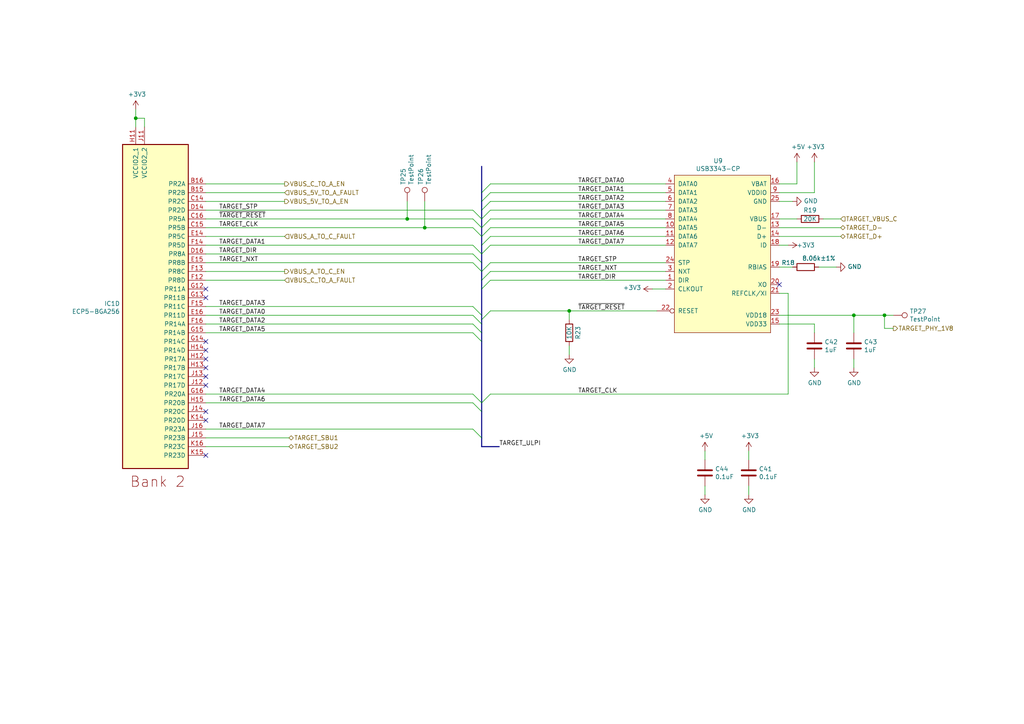
<source format=kicad_sch>
(kicad_sch (version 20211123) (generator eeschema)
  (paper "A4")
  (title_block (title "LUNA USB Multitool") (date "2023-01-11") (rev "r0.5") (company "Copyright 2019-2023 Great Scott Gadgets") (comment 1 "Licensed under the CERN-OHL-P v2"))
  (lib_symbols
    (symbol "Connector:TestPoint" (pin_numbers hide) (pin_names (offset 0.762) hide)
      (property "Reference" "TP" (at 0 6.858 0))
      (property "Value" "TestPoint" (at 0 5.08 0))
      (symbol "TestPoint_0_1"
        (circle (center 0 3.302) (radius 0.762))
      )
      (symbol "TestPoint_1_1"
        (pin passive line (at 0 0 90) (length 2.54) (name "1") (number "1"))
      )
    )
    (symbol "Device:C" (pin_numbers hide) (pin_names (offset 0.254))
      (property "Reference" "C" (at 0.635 2.54 0))
      (property "Value" "C" (at 0.635 -2.54 0))
      (symbol "C_0_1"
        (polyline (pts (xy -2.032 -0.762) (xy 2.032 -0.762)) (stroke (width 0.508)))
        (polyline (pts (xy -2.032 0.762) (xy 2.032 0.762)) (stroke (width 0.508)))
      )
      (symbol "C_1_1"
        (pin passive line (at 0 3.81 270) (length 2.794) (name "~") (number "1"))
        (pin passive line (at 0 -3.81 90) (length 2.794) (name "~") (number "2"))
      )
    )
    (symbol "Device:R" (pin_numbers hide) (pin_names (offset 0))
      (property "Reference" "R" (at 2.032 0 90))
      (property "Value" "R" (at 0 0 90))
      (symbol "R_0_1"
        (rectangle (start -1.016 -2.54) (end 1.016 2.54) (stroke (width 0.254)))
      )
      (symbol "R_1_1"
        (pin passive line (at 0 3.81 270) (length 1.27) (name "~") (number "1"))
        (pin passive line (at 0 -3.81 90) (length 1.27) (name "~") (number "2"))
      )
    )
    (symbol "fpgas_and_processors:ECP5-BGA256" (pin_names (offset 0.762))
      (property "Reference" "IC" (at -2.54 1.27 0))
      (property "Value" "ECP5-BGA256" (at 10.16 1.27 0))
      (symbol "ECP5-BGA256_1_0"
        (rectangle (start 5.08 0) (end 33.02 -71.12) (stroke (width 0.3048)) (fill (type background)))
      )
      (symbol "ECP5-BGA256_1_1"
        (text "FPGA Supplies" (at 19.05 -76.2 0) (effects (font (size 2.9972 2.9972))))
        (pin power_in line (at 38.1 -2.54 180) (length 5.08) (name "GND_1") (number "A1"))
        (pin power_in line (at 38.1 -5.08 180) (length 5.08) (name "GND_2") (number "A16"))
        (pin power_in line (at 38.1 -10.16 180) (length 5.08) (name "GND_4") (number "D15"))
        (pin power_in line (at 38.1 -7.62 180) (length 5.08) (name "GND_3") (number "D2"))
        (pin power_in line (at 38.1 -12.7 180) (length 5.08) (name "GND_5") (number "F8"))
        (pin power_in line (at 38.1 -15.24 180) (length 5.08) (name "GND_6") (number "F9"))
        (pin power_in line (at 38.1 -20.32 180) (length 5.08) (name "GND_8") (number "G10"))
        (pin power_in line (at 0 -66.04 0) (length 5.08) (name "VCCAUX_1") (number "G11"))
        (pin power_in line (at 0 -2.54 0) (length 5.08) (name "VCC_1") (number "G6"))
        (pin power_in line (at 0 -5.08 0) (length 5.08) (name "VCC_2") (number "G7"))
        (pin power_in line (at 38.1 -17.78 180) (length 5.08) (name "GND_7") (number "G8"))
        (pin power_in line (at 0 -7.62 0) (length 5.08) (name "VCC_3") (number "G9"))
        (pin power_in line (at 38.1 -22.86 180) (length 5.08) (name "GND_9") (number "H1"))
        (pin power_in line (at 38.1 -30.48 180) (length 5.08) (name "GND_12") (number "H10"))
        (pin power_in line (at 38.1 -33.02 180) (length 5.08) (name "GND_13") (number "H16"))
        (pin power_in line (at 38.1 -25.4 180) (length 5.08) (name "GND_10") (number "H8"))
        (pin power_in line (at 38.1 -27.94 180) (length 5.08) (name "GND_11") (number "H9"))
        (pin power_in line (at 38.1 -40.64 180) (length 5.08) (name "GND_16") (number "J10"))
        (pin power_in line (at 38.1 -35.56 180) (length 5.08) (name "GND_14") (number "J8"))
        (pin power_in line (at 38.1 -38.1 180) (length 5.08) (name "GND_15") (number "J9"))
        (pin power_in line (at 38.1 -53.34 180) (length 5.08) (name "GND_21") (number "K10"))
        (pin power_in line (at 38.1 -43.18 180) (length 5.08) (name "GND_17") (number "K6"))
        (pin power_in line (at 38.1 -45.72 180) (length 5.08) (name "GND_18") (number "K7"))
        (pin power_in line (at 38.1 -48.26 180) (length 5.08) (name "GND_19") (number "K8"))
        (pin power_in line (at 38.1 -50.8 180) (length 5.08) (name "GND_20") (number "K9"))
        (pin power_in line (at 0 -15.24 0) (length 5.08) (name "VCC_6") (number "L10"))
        (pin power_in line (at 0 -68.58 0) (length 5.08) (name "VCCAUX_2") (number "L7"))
        (pin power_in line (at 0 -10.16 0) (length 5.08) (name "VCC_4") (number "L8"))
        (pin power_in line (at 0 -12.7 0) (length 5.08) (name "VCC_5") (number "L9"))
        (pin power_in line (at 38.1 -58.42 180) (length 5.08) (name "GND_23") (number "N15"))
        (pin power_in line (at 38.1 -55.88 180) (length 5.08) (name "GND_22") (number "N2"))
        (pin power_in line (at 38.1 -60.96 180) (length 5.08) (name "GND_24") (number "T1"))
        (pin power_in line (at 38.1 -66.04 180) (length 5.08) (name "GND_26") (number "T12"))
        (pin power_in line (at 38.1 -68.58 180) (length 5.08) (name "GND_27") (number "T16"))
        (pin power_in line (at 38.1 -63.5 180) (length 5.08) (name "GND_25") (number "T5"))
      )
      (symbol "ECP5-BGA256_2_1"
        (rectangle (start 0 0) (end 19.05 -74.93) (stroke (width 0.3048)) (fill (type background)))
        (text "Bank 0" (at 10.16 -78.74 0) (effects (font (size 2.9972 2.9972))))
        (pin bidirectional line (at 24.13 -11.43 180) (length 5.08) (name "PT4A") (number "A2"))
        (pin bidirectional line (at 24.13 -16.51 180) (length 5.08) (name "PT6A") (number "A3"))
        (pin bidirectional line (at 24.13 -19.05 180) (length 5.08) (name "PT6B") (number "A4"))
        (pin bidirectional line (at 24.13 -43.18 180) (length 5.08) (name "PT18A") (number "A5"))
        (pin bidirectional line (at 24.13 -45.72 180) (length 5.08) (name "PT18B") (number "A6"))
        (pin bidirectional line (at 24.13 -68.58 180) (length 5.08) (name "PT29A") (number "A7"))
        (pin bidirectional line (at 24.13 -71.12 180) (length 5.08) (name "PT29B") (number "A8"))
        (pin bidirectional line (at 24.13 -13.97 180) (length 5.08) (name "PT4B") (number "B3"))
        (pin bidirectional line (at 24.13 -29.21 180) (length 5.08) (name "PT11B") (number "B4"))
        (pin bidirectional line (at 24.13 -39.37 180) (length 5.08) (name "PT15B") (number "B5"))
        (pin bidirectional line (at 24.13 -55.88 180) (length 5.08) (name "PT22B") (number "B6"))
        (pin bidirectional line (at 24.13 -66.04 180) (length 5.08) (name "PT27B") (number "B7"))
        (pin bidirectional line (at 24.13 -26.67 180) (length 5.08) (name "PT11A") (number "C4"))
        (pin bidirectional line (at 24.13 -36.83 180) (length 5.08) (name "PT15A") (number "C5"))
        (pin bidirectional line (at 24.13 -53.34 180) (length 5.08) (name "PT22A") (number "C6"))
        (pin bidirectional line (at 24.13 -63.5 180) (length 5.08) (name "PT27A") (number "C7"))
        (pin bidirectional line (at 24.13 -24.13 180) (length 5.08) (name "PT9B") (number "D4"))
        (pin bidirectional line (at 24.13 -34.29 180) (length 5.08) (name "PT13B") (number "D5"))
        (pin bidirectional line (at 24.13 -50.8 180) (length 5.08) (name "PT20B") (number "D6"))
        (pin bidirectional line (at 24.13 -60.96 180) (length 5.08) (name "PT24B") (number "D7"))
        (pin bidirectional line (at 24.13 -21.59 180) (length 5.08) (name "PT9A") (number "E4"))
        (pin bidirectional line (at 24.13 -31.75 180) (length 5.08) (name "PT13A") (number "E5"))
        (pin bidirectional line (at 24.13 -48.26 180) (length 5.08) (name "PT20A") (number "E6"))
        (pin bidirectional line (at 24.13 -58.42 180) (length 5.08) (name "PT24A") (number "E7"))
        (pin power_in line (at 7.62 5.08 270) (length 5.08) (name "VCCIO0_1") (number "F6"))
        (pin power_in line (at 5.08 5.08 270) (length 5.08) (name "VCCIO0_2") (number "F7"))
      )
      (symbol "ECP5-BGA256_3_0"
        (rectangle (start 0 0) (end 21.59 -93.98) (stroke (width 0.3048)) (fill (type background)))
      )
      (symbol "ECP5-BGA256_3_1"
        (text "Bank 1" (at 8.89 -96.52 0) (effects (font (size 2.9972 2.9972))))
        (pin bidirectional line (at 26.67 -34.29 180) (length 5.08) (name "PT42B") (number "A10"))
        (pin bidirectional line (at 26.67 -57.15 180) (length 5.08) (name "PT53A") (number "A11"))
        (pin bidirectional line (at 26.67 -59.69 180) (length 5.08) (name "PT53B") (number "A12"))
        (pin bidirectional line (at 26.67 -82.55 180) (length 5.08) (name "PT65A") (number "A13"))
        (pin bidirectional line (at 26.67 -85.09 180) (length 5.08) (name "PT65B") (number "A14"))
        (pin bidirectional line (at 26.67 -90.17 180) (length 5.08) (name "PT67B") (number "A15"))
        (pin bidirectional line (at 26.67 -31.75 180) (length 5.08) (name "PT42A") (number "A9"))
        (pin bidirectional line (at 26.67 -36.83 180) (length 5.08) (name "PT44A") (number "B10"))
        (pin bidirectional line (at 26.67 -46.99 180) (length 5.08) (name "PT49A") (number "B11"))
        (pin bidirectional line (at 26.67 -62.23 180) (length 5.08) (name "PT56A") (number "B12"))
        (pin bidirectional line (at 26.67 -72.39 180) (length 5.08) (name "PT60A") (number "B13"))
        (pin bidirectional line (at 26.67 -87.63 180) (length 5.08) (name "PT67A") (number "B14"))
        (pin bidirectional line (at 26.67 -19.05 180) (length 5.08) (name "PT35B") (number "B8"))
        (pin bidirectional line (at 26.67 -21.59 180) (length 5.08) (name "PT38A") (number "B9"))
        (pin bidirectional line (at 26.67 -39.37 180) (length 5.08) (name "PT44B") (number "C10"))
        (pin bidirectional line (at 26.67 -49.53 180) (length 5.08) (name "PT49B") (number "C11"))
        (pin bidirectional line (at 26.67 -64.77 180) (length 5.08) (name "PT56B") (number "C12"))
        (pin bidirectional line (at 26.67 -74.93 180) (length 5.08) (name "PT60B") (number "C13"))
        (pin bidirectional line (at 26.67 -16.51 180) (length 5.08) (name "PT35A") (number "C8"))
        (pin bidirectional line (at 26.67 -24.13 180) (length 5.08) (name "PT38B") (number "C9"))
        (pin bidirectional line (at 26.67 -41.91 180) (length 5.08) (name "PT47A") (number "D10"))
        (pin bidirectional line (at 26.67 -52.07 180) (length 5.08) (name "PT51A") (number "D11"))
        (pin bidirectional line (at 26.67 -67.31 180) (length 5.08) (name "PT58A") (number "D12"))
        (pin bidirectional line (at 26.67 -77.47 180) (length 5.08) (name "PT62A") (number "D13"))
        (pin bidirectional line (at 26.67 -13.97 180) (length 5.08) (name "PT33B") (number "D8"))
        (pin bidirectional line (at 26.67 -26.67 180) (length 5.08) (name "PT40A") (number "D9"))
        (pin bidirectional line (at 26.67 -44.45 180) (length 5.08) (name "PT47B") (number "E10"))
        (pin bidirectional line (at 26.67 -54.61 180) (length 5.08) (name "PT51B") (number "E11"))
        (pin bidirectional line (at 26.67 -69.85 180) (length 5.08) (name "PT58B") (number "E12"))
        (pin bidirectional line (at 26.67 -80.01 180) (length 5.08) (name "PT62B") (number "E13"))
        (pin bidirectional line (at 26.67 -11.43 180) (length 5.08) (name "PT33A") (number "E8"))
        (pin bidirectional line (at 26.67 -29.21 180) (length 5.08) (name "PT40B") (number "E9"))
        (pin power_in line (at 6.35 5.08 270) (length 5.08) (name "VCCIO1_1") (number "F10"))
        (pin power_in line (at 3.81 5.08 270) (length 5.08) (name "VCCIO1_2") (number "F11"))
      )
      (symbol "ECP5-BGA256_4_1"
        (rectangle (start 0 0) (end 19.05 -93.98) (stroke (width 0.3048)) (fill (type background)))
        (text "Bank 2" (at 10.16 -97.79 0) (effects (font (size 2.9972 2.9972))))
        (pin bidirectional line (at 24.13 -13.97 180) (length 5.08) (name "PR2B") (number "B15"))
        (pin bidirectional line (at 24.13 -11.43 180) (length 5.08) (name "PR2A") (number "B16"))
        (pin bidirectional line (at 24.13 -16.51 180) (length 5.08) (name "PR2C") (number "C14"))
        (pin bidirectional line (at 24.13 -24.13 180) (length 5.08) (name "PR5B") (number "C15"))
        (pin bidirectional line (at 24.13 -21.59 180) (length 5.08) (name "PR5A") (number "C16"))
        (pin bidirectional line (at 24.13 -19.05 180) (length 5.08) (name "PR2D") (number "D14"))
        (pin bidirectional line (at 24.13 -31.75 180) (length 5.08) (name "PR8A") (number "D16"))
        (pin bidirectional line (at 24.13 -26.67 180) (length 5.08) (name "PR5C") (number "E14"))
        (pin bidirectional line (at 24.13 -34.29 180) (length 5.08) (name "PR8B") (number "E15"))
        (pin bidirectional line (at 24.13 -49.53 180) (length 5.08) (name "PR11D") (number "E16"))
        (pin bidirectional line (at 24.13 -39.37 180) (length 5.08) (name "PR8D") (number "F12"))
        (pin bidirectional line (at 24.13 -36.83 180) (length 5.08) (name "PR8C") (number "F13"))
        (pin bidirectional line (at 24.13 -29.21 180) (length 5.08) (name "PR5D") (number "F14"))
        (pin bidirectional line (at 24.13 -46.99 180) (length 5.08) (name "PR11C") (number "F15"))
        (pin bidirectional line (at 24.13 -52.07 180) (length 5.08) (name "PR14A") (number "F16"))
        (pin bidirectional line (at 24.13 -41.91 180) (length 5.08) (name "PR11A") (number "G12"))
        (pin bidirectional line (at 24.13 -44.45 180) (length 5.08) (name "PR11B") (number "G13"))
        (pin bidirectional line (at 24.13 -57.15 180) (length 5.08) (name "PR14C") (number "G14"))
        (pin bidirectional line (at 24.13 -54.61 180) (length 5.08) (name "PR14B") (number "G15"))
        (pin bidirectional line (at 24.13 -72.39 180) (length 5.08) (name "PR20A") (number "G16"))
        (pin power_in line (at 3.81 5.08 270) (length 5.08) (name "VCCIO2_1") (number "H11"))
        (pin bidirectional line (at 24.13 -62.23 180) (length 5.08) (name "PR17A") (number "H12"))
        (pin bidirectional line (at 24.13 -64.77 180) (length 5.08) (name "PR17B") (number "H13"))
        (pin bidirectional line (at 24.13 -59.69 180) (length 5.08) (name "PR14D") (number "H14"))
        (pin bidirectional line (at 24.13 -74.93 180) (length 5.08) (name "PR20B") (number "H15"))
        (pin power_in line (at 6.35 5.08 270) (length 5.08) (name "VCCIO2_2") (number "J11"))
        (pin bidirectional line (at 24.13 -69.85 180) (length 5.08) (name "PR17D") (number "J12"))
        (pin bidirectional line (at 24.13 -67.31 180) (length 5.08) (name "PR17C") (number "J13"))
        (pin bidirectional line (at 24.13 -77.47 180) (length 5.08) (name "PR20C") (number "J14"))
        (pin bidirectional line (at 24.13 -85.09 180) (length 5.08) (name "PR23B") (number "J15"))
        (pin bidirectional line (at 24.13 -82.55 180) (length 5.08) (name "PR23A") (number "J16"))
        (pin bidirectional line (at 24.13 -80.01 180) (length 5.08) (name "PR20D") (number "K14"))
        (pin bidirectional line (at 24.13 -90.17 180) (length 5.08) (name "PR23D") (number "K15"))
        (pin bidirectional line (at 24.13 -87.63 180) (length 5.08) (name "PR23C") (number "K16"))
      )
      (symbol "ECP5-BGA256_5_0"
        (rectangle (start 0 0) (end 20.32 -91.44) (stroke (width 0.3048)) (fill (type background)))
      )
      (symbol "ECP5-BGA256_5_1"
        (text "Bank 3" (at 15.24 -96.52 0) (effects (font (size 2.9972 2.9972))))
        (pin power_in line (at 3.81 5.08 270) (length 5.08) (name "VCCIO3_1") (number "K11"))
        (pin bidirectional line (at 25.4 -22.86 180) (length 5.08) (name "PR29B") (number "K12"))
        (pin bidirectional line (at 25.4 -20.32 180) (length 5.08) (name "PR29A") (number "K13"))
        (pin power_in line (at 6.35 5.08 270) (length 5.08) (name "VCCIO3_2") (number "L11"))
        (pin bidirectional line (at 25.4 -27.94 180) (length 5.08) (name "PR29D") (number "L12"))
        (pin bidirectional line (at 25.4 -25.4 180) (length 5.08) (name "PR29C") (number "L13"))
        (pin bidirectional line (at 25.4 -35.56 180) (length 5.08) (name "PR32C") (number "L14"))
        (pin bidirectional line (at 25.4 -12.7 180) (length 5.08) (name "PR26B") (number "L15"))
        (pin bidirectional line (at 25.4 -10.16 180) (length 5.08) (name "PR26A") (number "L16"))
        (pin bidirectional line (at 25.4 -81.28 180) (length 5.08) (name "PR47A") (number "M11"))
        (pin bidirectional line (at 25.4 -76.2 180) (length 5.08) (name "PR44C") (number "M12"))
        (pin bidirectional line (at 25.4 -45.72 180) (length 5.08) (name "PR35C") (number "M13"))
        (pin bidirectional line (at 25.4 -38.1 180) (length 5.08) (name "PR32D") (number "M14"))
        (pin bidirectional line (at 25.4 -17.78 180) (length 5.08) (name "PR26D") (number "M15"))
        (pin bidirectional line (at 25.4 -15.24 180) (length 5.08) (name "PR26C") (number "M16"))
        (pin bidirectional line (at 25.4 -83.82 180) (length 5.08) (name "PR47B") (number "N11"))
        (pin bidirectional line (at 25.4 -78.74 180) (length 5.08) (name "PR44D") (number "N12"))
        (pin bidirectional line (at 25.4 -50.8 180) (length 5.08) (name "PR38A") (number "N13"))
        (pin bidirectional line (at 25.4 -48.26 180) (length 5.08) (name "PR35D") (number "N14"))
        (pin bidirectional line (at 25.4 -30.48 180) (length 5.08) (name "PR32A") (number "N16"))
        (pin bidirectional line (at 25.4 -86.36 180) (length 5.08) (name "PR47C") (number "P11"))
        (pin bidirectional line (at 25.4 -88.9 180) (length 5.08) (name "PR47D") (number "P12"))
        (pin bidirectional line (at 25.4 -60.96 180) (length 5.08) (name "PR41A") (number "P13"))
        (pin bidirectional line (at 25.4 -53.34 180) (length 5.08) (name "PR38B") (number "P14"))
        (pin bidirectional line (at 25.4 -33.02 180) (length 5.08) (name "PR32B") (number "P15"))
        (pin bidirectional line (at 25.4 -40.64 180) (length 5.08) (name "PR35A") (number "P16"))
        (pin bidirectional line (at 25.4 -71.12 180) (length 5.08) (name "PR44A") (number "R12"))
        (pin bidirectional line (at 25.4 -66.04 180) (length 5.08) (name "PR41C") (number "R13"))
        (pin bidirectional line (at 25.4 -63.5 180) (length 5.08) (name "PR41B") (number "R14"))
        (pin bidirectional line (at 25.4 -55.88 180) (length 5.08) (name "PR38C") (number "R15"))
        (pin bidirectional line (at 25.4 -43.18 180) (length 5.08) (name "PR35B") (number "R16"))
        (pin bidirectional line (at 25.4 -73.66 180) (length 5.08) (name "PR44B") (number "T13"))
        (pin bidirectional line (at 25.4 -68.58 180) (length 5.08) (name "PR41D") (number "T14"))
        (pin bidirectional line (at 25.4 -58.42 180) (length 5.08) (name "PR38D") (number "T15"))
      )
      (symbol "ECP5-BGA256_6_1"
        (rectangle (start 0 0) (end 19.05 -106.68) (stroke (width 0.3048)) (fill (type background)))
        (text "Bank 6" (at 11.43 -110.49 0) (effects (font (size 2.9972 2.9972))))
        (pin power_in line (at 3.81 5.08 270) (length 5.08) (name "VCCIO6_1") (number "J6"))
        (pin power_in line (at 6.35 5.08 270) (length 5.08) (name "VCCIO6_2") (number "J7"))
        (pin bidirectional line (at 24.13 -25.4 180) (length 5.08) (name "PL29A") (number "K4"))
        (pin bidirectional line (at 24.13 -27.94 180) (length 5.08) (name "PL29B") (number "K5"))
        (pin bidirectional line (at 24.13 -13.97 180) (length 5.08) (name "PL26A") (number "L1"))
        (pin bidirectional line (at 24.13 -16.51 180) (length 5.08) (name "PL26B") (number "L2"))
        (pin bidirectional line (at 24.13 -41.91 180) (length 5.08) (name "PL32C") (number "L3"))
        (pin bidirectional line (at 24.13 -30.48 180) (length 5.08) (name "PL29C") (number "L4"))
        (pin bidirectional line (at 24.13 -33.02 180) (length 5.08) (name "PL29D") (number "L5"))
        (pin bidirectional line (at 24.13 -19.05 180) (length 5.08) (name "PL26C") (number "M1"))
        (pin bidirectional line (at 24.13 -21.59 180) (length 5.08) (name "PL26D") (number "M2"))
        (pin bidirectional line (at 24.13 -44.45 180) (length 5.08) (name "PL32D") (number "M3"))
        (pin bidirectional line (at 24.13 -53.34 180) (length 5.08) (name "PL35C") (number "M4"))
        (pin bidirectional line (at 24.13 -78.74 180) (length 5.08) (name "PL44C") (number "M5"))
        (pin bidirectional line (at 24.13 -96.52 180) (length 5.08) (name "PL47A") (number "M6"))
        (pin bidirectional line (at 24.13 -36.83 180) (length 5.08) (name "PL32A") (number "N1"))
        (pin bidirectional line (at 24.13 -55.88 180) (length 5.08) (name "PL35D") (number "N3"))
        (pin bidirectional line (at 24.13 -60.96 180) (length 5.08) (name "PL38A") (number "N4"))
        (pin bidirectional line (at 24.13 -81.28 180) (length 5.08) (name "PL44D") (number "N5"))
        (pin bidirectional line (at 24.13 -99.06 180) (length 5.08) (name "PL47B") (number "N6"))
        (pin bidirectional line (at 24.13 -48.26 180) (length 5.08) (name "PL35A") (number "P1"))
        (pin bidirectional line (at 24.13 -39.37 180) (length 5.08) (name "PL32B") (number "P2"))
        (pin bidirectional line (at 24.13 -63.5 180) (length 5.08) (name "PL38B") (number "P3"))
        (pin bidirectional line (at 24.13 -85.09 180) (length 5.08) (name "PL41A") (number "P4"))
        (pin bidirectional line (at 24.13 -101.6 180) (length 5.08) (name "PL47D") (number "P5"))
        (pin bidirectional line (at 24.13 -104.14 180) (length 5.08) (name "PL47C") (number "P6"))
        (pin bidirectional line (at 24.13 -50.8 180) (length 5.08) (name "PL35B") (number "R1"))
        (pin bidirectional line (at 24.13 -66.04 180) (length 5.08) (name "PL38C") (number "R2"))
        (pin bidirectional line (at 24.13 -87.63 180) (length 5.08) (name "PL41B") (number "R3"))
        (pin bidirectional line (at 24.13 -90.17 180) (length 5.08) (name "PL41C") (number "R4"))
        (pin bidirectional line (at 24.13 -73.66 180) (length 5.08) (name "PL44A") (number "R5"))
        (pin bidirectional line (at 24.13 -68.58 180) (length 5.08) (name "PL38D") (number "T2"))
        (pin bidirectional line (at 24.13 -92.71 180) (length 5.08) (name "PL41D") (number "T3"))
        (pin bidirectional line (at 24.13 -76.2 180) (length 5.08) (name "PL44B") (number "T4"))
      )
      (symbol "ECP5-BGA256_7_1"
        (rectangle (start 0 0) (end 20.32 -109.22) (stroke (width 0.3048)) (fill (type background)))
        (text "Bank 7" (at 12.7 -113.03 0) (effects (font (size 2.9972 2.9972))))
        (pin bidirectional line (at 25.4 -10.16 180) (length 5.08) (name "PL2A") (number "B1"))
        (pin bidirectional line (at 25.4 -12.7 180) (length 5.08) (name "PL2B") (number "B2"))
        (pin bidirectional line (at 25.4 -22.86 180) (length 5.08) (name "PL5A") (number "C1"))
        (pin bidirectional line (at 25.4 -25.4 180) (length 5.08) (name "PL5B") (number "C2"))
        (pin bidirectional line (at 25.4 -15.24 180) (length 5.08) (name "PL2C") (number "C3"))
        (pin bidirectional line (at 25.4 -35.56 180) (length 5.08) (name "PL8A") (number "D1"))
        (pin bidirectional line (at 25.4 -17.78 180) (length 5.08) (name "PL2D") (number "D3"))
        (pin bidirectional line (at 25.4 -54.61 180) (length 5.08) (name "PL11D") (number "E1"))
        (pin bidirectional line (at 25.4 -38.1 180) (length 5.08) (name "PL8B") (number "E2"))
        (pin bidirectional line (at 25.4 -27.94 180) (length 5.08) (name "PL5C") (number "E3"))
        (pin bidirectional line (at 25.4 -59.69 180) (length 5.08) (name "PL14A") (number "F1"))
        (pin bidirectional line (at 25.4 -52.07 180) (length 5.08) (name "PL11C") (number "F2"))
        (pin bidirectional line (at 25.4 -30.48 180) (length 5.08) (name "PL5D") (number "F3"))
        (pin bidirectional line (at 25.4 -40.64 180) (length 5.08) (name "PL8C") (number "F4"))
        (pin bidirectional line (at 25.4 -43.18 180) (length 5.08) (name "PL8D") (number "F5"))
        (pin bidirectional line (at 25.4 -82.55 180) (length 5.08) (name "PL20A") (number "G1"))
        (pin bidirectional line (at 25.4 -62.23 180) (length 5.08) (name "PL14B") (number "G2"))
        (pin bidirectional line (at 25.4 -64.77 180) (length 5.08) (name "PL14C") (number "G3"))
        (pin bidirectional line (at 25.4 -49.53 180) (length 5.08) (name "PL11B") (number "G4"))
        (pin bidirectional line (at 25.4 -46.99 180) (length 5.08) (name "PL11A") (number "G5"))
        (pin bidirectional line (at 25.4 -85.09 180) (length 5.08) (name "PL20B") (number "H2"))
        (pin bidirectional line (at 25.4 -67.31 180) (length 5.08) (name "PL14D") (number "H3"))
        (pin bidirectional line (at 25.4 -73.66 180) (length 5.08) (name "PL17B") (number "H4"))
        (pin bidirectional line (at 25.4 -71.12 180) (length 5.08) (name "PL17A") (number "H5"))
        (pin power_in line (at 7.62 5.08 270) (length 5.08) (name "VCCIO7_1") (number "H6"))
        (pin power_in line (at 5.08 5.08 270) (length 5.08) (name "VCCIO7_2") (number "H7"))
        (pin bidirectional line (at 25.4 -95.25 180) (length 5.08) (name "PL23A") (number "J1"))
        (pin bidirectional line (at 25.4 -97.79 180) (length 5.08) (name "PL23B") (number "J2"))
        (pin bidirectional line (at 25.4 -87.63 180) (length 5.08) (name "PL20C") (number "J3"))
        (pin bidirectional line (at 25.4 -76.2 180) (length 5.08) (name "PL17C") (number "J4"))
        (pin bidirectional line (at 25.4 -78.74 180) (length 5.08) (name "PL17D") (number "J5"))
        (pin bidirectional line (at 25.4 -100.33 180) (length 5.08) (name "PL23C") (number "K1"))
        (pin bidirectional line (at 25.4 -102.87 180) (length 5.08) (name "PL23D") (number "K2"))
        (pin bidirectional line (at 25.4 -90.17 180) (length 5.08) (name "PL20D") (number "K3"))
      )
      (symbol "ECP5-BGA256_8_0"
        (text "(Config)" (at 13.97 -97.79 0) (effects (font (size 2.9972 2.9972))))
        (text "Bank 8" (at 13.97 -92.71 0) (effects (font (size 2.9972 2.9972))))
      )
      (symbol "ECP5-BGA256_8_1"
        (rectangle (start 0 0) (end 21.59 -88.9) (stroke (width 0.3048)) (fill (type background)))
        (pin power_in line (at 5.08 5.08 270) (length 5.08) (name "VCCIO8") (number "L6"))
        (pin output line (at 26.67 -57.15 180) (length 5.08) (name "TDO") (number "M10"))
        (pin bidirectional line (at 26.67 -24.13 180) (length 5.08) (name "D2/PB9B") (number "M7"))
        (pin bidirectional line (at 26.67 -39.37 180) (length 5.08) (name "DOUT/CSON/PB15B") (number "M8"))
        (pin bidirectional line (at 26.67 -41.91 180) (length 5.08) (name "WRITEEN/PB18A") (number "M9"))
        (pin input line (at 26.67 -68.58 180) (length 5.08) (name "CFG_0") (number "N10"))
        (pin bidirectional line (at 26.67 -21.59 180) (length 5.08) (name "D3/PB9A") (number "N7"))
        (pin bidirectional line (at 26.67 -36.83 180) (length 5.08) (name "HOLDN/DI/PB15A") (number "N8"))
        (pin bidirectional line (at 26.67 -63.5 180) (length 5.08) (name "MCLK/SCLK/CCLK") (number "N9"))
        (pin input line (at 26.67 -71.12 180) (length 5.08) (name "CFG_1") (number "P10"))
        (pin bidirectional line (at 26.67 -19.05 180) (length 5.08) (name "D4/COPI2/PB6B") (number "P7"))
        (pin bidirectional line (at 26.67 -34.29 180) (length 5.08) (name "CS1N/PB13B") (number "P8"))
        (pin bidirectional line (at 26.67 -80.01 180) (length 5.08) (name "DONE") (number "P9"))
        (pin input line (at 26.67 -73.66 180) (length 5.08) (name "CFG_2") (number "R10"))
        (pin input line (at 26.67 -54.61 180) (length 5.08) (name "TDI") (number "R11"))
        (pin bidirectional line (at 26.67 -13.97 180) (length 5.08) (name "D6/PB4B") (number "R6"))
        (pin bidirectional line (at 26.67 -16.51 180) (length 5.08) (name "D5/CIPO2/PB6A") (number "R7"))
        (pin bidirectional line (at 26.67 -31.75 180) (length 5.08) (name "SN/CSN/PB13A") (number "R8"))
        (pin bidirectional line (at 26.67 -85.09 180) (length 5.08) (name "PROGRAMN") (number "R9"))
        (pin input line (at 26.67 -52.07 180) (length 5.08) (name "TCK") (number "T10"))
        (pin input line (at 26.67 -49.53 180) (length 5.08) (name "TMS") (number "T11"))
        (pin bidirectional line (at 26.67 -11.43 180) (length 5.08) (name "D7/PB4A") (number "T6"))
        (pin bidirectional line (at 26.67 -26.67 180) (length 5.08) (name "D1/COPI/PB11A") (number "T7"))
        (pin bidirectional line (at 26.67 -29.21 180) (length 5.08) (name "D0/COPI/PB11B") (number "T8"))
        (pin bidirectional line (at 26.67 -82.55 180) (length 5.08) (name "INITN") (number "T9"))
      )
    )
    (symbol "power:+3V3" (power) (pin_names (offset 0))
      (property "Value" "+3V3" (at 0 3.556 0))
      (symbol "+3V3_0_1"
        (polyline (pts (xy -0.762 1.27) (xy 0 2.54)))
        (polyline (pts (xy 0 0) (xy 0 2.54)))
        (polyline (pts (xy 0 2.54) (xy 0.762 1.27)))
      )
      (symbol "+3V3_1_1"
        (pin power_in line (at 0 0 90) (length 0) hide (name "+3V3") (number "1"))
      )
    )
    (symbol "power:+5V" (power) (pin_names (offset 0))
      (property "Value" "+5V" (at 0 3.556 0))
      (symbol "+5V_0_1"
        (polyline (pts (xy -0.762 1.27) (xy 0 2.54)))
        (polyline (pts (xy 0 0) (xy 0 2.54)))
        (polyline (pts (xy 0 2.54) (xy 0.762 1.27)))
      )
      (symbol "+5V_1_1"
        (pin power_in line (at 0 0 90) (length 0) hide (name "+5V") (number "1"))
      )
    )
    (symbol "power:GND" (power) (pin_names (offset 0))
      (property "Value" "GND" (at 0 -3.81 0))
      (symbol "GND_0_1"
        (polyline (pts (xy 0 0) (xy 0 -1.27) (xy 1.27 -1.27) (xy 0 -2.54) (xy -1.27 -1.27) (xy 0 -1.27)))
      )
      (symbol "GND_1_1"
        (pin power_in line (at 0 0 270) (length 0) hide (name "GND") (number "1"))
      )
    )
    (symbol "usb:USB3343" (pin_names (offset 1.016))
      (property "Reference" "U" (at 3.81 -46.99 0))
      (property "Value" "USB3343" (at 25.4 -46.99 0))
      (symbol "USB3343_0_1"
        (rectangle (start 2.54 0) (end 30.48 -45.72) (fill (type background)))
      )
      (symbol "USB3343_1_1"
        (pin output line (at 0 -30.48 0) (length 2.54) (name "DIR") (number "1"))
        (pin bidirectional line (at 0 -15.24 0) (length 2.54) (name "DATA5") (number "10"))
        (pin bidirectional line (at 0 -17.78 0) (length 2.54) (name "DATA6") (number "11"))
        (pin bidirectional line (at 0 -20.32 0) (length 2.54) (name "DATA7") (number "12"))
        (pin bidirectional line (at 33.02 -15.24 180) (length 2.54) (name "D-") (number "13"))
        (pin bidirectional line (at 33.02 -17.78 180) (length 2.54) (name "D+") (number "14"))
        (pin power_out line (at 33.02 -43.18 180) (length 2.54) (name "VDD33") (number "15"))
        (pin power_in line (at 33.02 -2.54 180) (length 2.54) (name "VBAT") (number "16"))
        (pin bidirectional line (at 33.02 -12.7 180) (length 2.54) (name "VBUS") (number "17"))
        (pin input line (at 33.02 -20.32 180) (length 2.54) (name "ID") (number "18"))
        (pin input line (at 33.02 -26.67 180) (length 2.54) (name "RBIAS") (number "19"))
        (pin passive line (at 0 -33.02 0) (length 2.54) (name "CLKOUT") (number "2"))
        (pin output line (at 33.02 -31.75 180) (length 2.54) (name "XO") (number "20"))
        (pin input line (at 33.02 -34.29 180) (length 2.54) (name "REFCLK/XI") (number "21"))
        (pin input inverted (at -2.54 -39.37 0) (length 5.08) (name "RESET") (number "22"))
        (pin power_out line (at 33.02 -40.64 180) (length 2.54) (name "VDD18") (number "23"))
        (pin input line (at 0 -25.4 0) (length 2.54) (name "STP") (number "24"))
        (pin power_in line (at 33.02 -7.62 180) (length 2.54) (name "GND") (number "25"))
        (pin output line (at 0 -27.94 0) (length 2.54) (name "NXT") (number "3"))
        (pin bidirectional line (at 0 -2.54 0) (length 2.54) (name "DATA0") (number "4"))
        (pin bidirectional line (at 0 -5.08 0) (length 2.54) (name "DATA1") (number "5"))
        (pin bidirectional line (at 0 -7.62 0) (length 2.54) (name "DATA2") (number "6"))
        (pin bidirectional line (at 0 -10.16 0) (length 2.54) (name "DATA3") (number "7"))
        (pin bidirectional line (at 0 -12.7 0) (length 2.54) (name "DATA4") (number "8"))
        (pin power_in line (at 33.02 -5.08 180) (length 2.54) (name "VDDIO") (number "9"))
      )
    )
  )
  (junction (at 39.37 34.29))
  (junction (at 165.1 90.17))
  (junction (at 118.11 63.5))
  (junction (at 247.65 91.44))
  (junction (at 123.19 66.04))
  (junction (at 256.54 91.44))
  (no_connect (at 59.69 99.06))
  (no_connect (at 59.69 101.6))
  (no_connect (at 59.69 109.22))
  (no_connect (at 59.69 106.68))
  (no_connect (at 59.69 83.82))
  (no_connect (at 226.06 82.55))
  (no_connect (at 59.69 111.76))
  (no_connect (at 59.69 132.08))
  (no_connect (at 59.69 119.38))
  (no_connect (at 59.69 86.36))
  (no_connect (at 59.69 121.92))
  (no_connect (at 59.69 104.14))
  (bus_entry (at 139.7 83.82) (size 2.54 -2.54))
  (bus_entry (at 137.16 76.2) (size 2.54 2.54))
  (bus_entry (at 139.7 116.84) (size 2.54 -2.54))
  (bus_entry (at 137.16 116.84) (size 2.54 2.54))
  (bus_entry (at 139.7 78.74) (size 2.54 -2.54))
  (bus_entry (at 137.16 88.9) (size 2.54 2.54))
  (bus_entry (at 137.16 93.98) (size 2.54 2.54))
  (bus_entry (at 137.16 96.52) (size 2.54 2.54))
  (bus_entry (at 139.7 60.96) (size 2.54 -2.54))
  (bus_entry (at 139.7 68.58) (size 2.54 -2.54))
  (bus_entry (at 139.7 66.04) (size 2.54 -2.54))
  (bus_entry (at 139.7 73.66) (size -2.54 -2.54))
  (bus_entry (at 137.16 63.5) (size 2.54 2.54))
  (bus_entry (at 137.16 124.46) (size 2.54 2.54))
  (bus_entry (at 139.7 55.88) (size 2.54 -2.54))
  (bus_entry (at 137.16 114.3) (size 2.54 2.54))
  (bus_entry (at 137.16 60.96) (size 2.54 2.54))
  (bus_entry (at 139.7 63.5) (size 2.54 -2.54))
  (bus_entry (at 139.7 81.28) (size 2.54 -2.54))
  (bus_entry (at 139.7 73.66) (size 2.54 -2.54))
  (bus_entry (at 139.7 58.42) (size 2.54 -2.54))
  (bus_entry (at 137.16 91.44) (size 2.54 2.54))
  (bus_entry (at 137.16 73.66) (size 2.54 2.54))
  (bus_entry (at 139.7 92.71) (size 2.54 -2.54))
  (bus_entry (at 139.7 71.12) (size 2.54 -2.54))
  (bus_entry (at 137.16 66.04) (size 2.54 2.54))
  (wire (pts (xy 165.1 90.17) (xy 165.1 92.71)))
  (wire (pts (xy 247.65 96.52) (xy 247.65 91.44)))
  (wire (pts (xy 193.04 76.2) (xy 142.24 76.2)))
  (wire (pts (xy 142.24 114.3) (xy 228.6 114.3)))
  (wire (pts (xy 238.76 63.5) (xy 243.84 63.5)))
  (wire (pts (xy 59.69 63.5) (xy 118.11 63.5)))
  (wire (pts (xy 193.04 83.82) (xy 189.23 83.82)))
  (wire (pts (xy 256.54 95.25) (xy 256.54 91.44)))
  (wire (pts (xy 59.69 91.44) (xy 137.16 91.44)))
  (wire (pts (xy 59.69 73.66) (xy 137.16 73.66)))
  (bus (pts (xy 139.7 96.52) (xy 139.7 99.06)))
  (wire (pts (xy 59.69 66.04) (xy 123.19 66.04)))
  (wire (pts (xy 123.19 58.42) (xy 123.19 66.04)))
  (wire (pts (xy 59.69 71.12) (xy 137.16 71.12)))
  (wire (pts (xy 204.47 140.97) (xy 204.47 143.51)))
  (wire (pts (xy 193.04 63.5) (xy 142.24 63.5)))
  (wire (pts (xy 228.6 71.12) (xy 226.06 71.12)))
  (wire (pts (xy 217.17 130.81) (xy 217.17 133.35)))
  (wire (pts (xy 59.69 96.52) (xy 137.16 96.52)))
  (bus (pts (xy 139.7 116.84) (xy 139.7 119.38)))
  (bus (pts (xy 139.7 73.66) (xy 139.7 76.2)))
  (wire (pts (xy 118.11 58.42) (xy 118.11 63.5)))
  (bus (pts (xy 139.7 91.44) (xy 139.7 92.71)))
  (wire (pts (xy 226.06 93.98) (xy 236.22 93.98)))
  (wire (pts (xy 193.04 78.74) (xy 142.24 78.74)))
  (wire (pts (xy 118.11 63.5) (xy 137.16 63.5)))
  (wire (pts (xy 82.55 58.42) (xy 59.69 58.42)))
  (wire (pts (xy 193.04 81.28) (xy 142.24 81.28)))
  (wire (pts (xy 193.04 71.12) (xy 142.24 71.12)))
  (bus (pts (xy 139.7 71.12) (xy 139.7 73.66)))
  (wire (pts (xy 59.69 78.74) (xy 82.55 78.74)))
  (bus (pts (xy 139.7 55.88) (xy 139.7 58.42)))
  (wire (pts (xy 137.16 60.96) (xy 59.69 60.96)))
  (wire (pts (xy 193.04 58.42) (xy 142.24 58.42)))
  (bus (pts (xy 139.7 127) (xy 139.7 129.54)))
  (wire (pts (xy 226.06 58.42) (xy 229.87 58.42)))
  (wire (pts (xy 59.69 55.88) (xy 82.55 55.88)))
  (wire (pts (xy 82.55 68.58) (xy 59.69 68.58)))
  (wire (pts (xy 59.69 76.2) (xy 137.16 76.2)))
  (wire (pts (xy 229.87 77.47) (xy 226.06 77.47)))
  (bus (pts (xy 139.7 83.82) (xy 139.7 91.44)))
  (wire (pts (xy 59.69 114.3) (xy 137.16 114.3)))
  (bus (pts (xy 139.7 76.2) (xy 139.7 78.74)))
  (wire (pts (xy 204.47 130.81) (xy 204.47 133.35)))
  (wire (pts (xy 193.04 66.04) (xy 142.24 66.04)))
  (wire (pts (xy 193.04 53.34) (xy 142.24 53.34)))
  (wire (pts (xy 39.37 34.29) (xy 41.91 34.29)))
  (wire (pts (xy 236.22 55.88) (xy 226.06 55.88)))
  (wire (pts (xy 256.54 91.44) (xy 259.08 91.44)))
  (wire (pts (xy 59.69 124.46) (xy 137.16 124.46)))
  (wire (pts (xy 137.16 116.84) (xy 59.69 116.84)))
  (wire (pts (xy 231.14 63.5) (xy 226.06 63.5)))
  (wire (pts (xy 259.08 95.25) (xy 256.54 95.25)))
  (wire (pts (xy 226.06 91.44) (xy 247.65 91.44)))
  (bus (pts (xy 139.7 119.38) (xy 139.7 127)))
  (bus (pts (xy 139.7 60.96) (xy 139.7 63.5)))
  (wire (pts (xy 247.65 91.44) (xy 256.54 91.44)))
  (wire (pts (xy 226.06 68.58) (xy 243.84 68.58)))
  (wire (pts (xy 83.82 129.54) (xy 59.69 129.54)))
  (bus (pts (xy 139.7 93.98) (xy 139.7 96.52)))
  (wire (pts (xy 226.06 85.09) (xy 228.6 85.09)))
  (bus (pts (xy 139.7 81.28) (xy 139.7 83.82)))
  (wire (pts (xy 59.69 93.98) (xy 137.16 93.98)))
  (wire (pts (xy 226.06 66.04) (xy 243.84 66.04)))
  (wire (pts (xy 228.6 114.3) (xy 228.6 85.09)))
  (wire (pts (xy 217.17 140.97) (xy 217.17 143.51)))
  (wire (pts (xy 236.22 46.99) (xy 236.22 55.88)))
  (wire (pts (xy 231.14 53.34) (xy 231.14 46.99)))
  (wire (pts (xy 165.1 90.17) (xy 190.5 90.17)))
  (bus (pts (xy 139.7 63.5) (xy 139.7 66.04)))
  (wire (pts (xy 242.57 77.47) (xy 237.49 77.47)))
  (wire (pts (xy 165.1 100.33) (xy 165.1 102.87)))
  (bus (pts (xy 139.7 58.42) (xy 139.7 60.96)))
  (wire (pts (xy 41.91 34.29) (xy 41.91 36.83)))
  (bus (pts (xy 139.7 129.54) (xy 144.78 129.54)))
  (wire (pts (xy 193.04 68.58) (xy 142.24 68.58)))
  (wire (pts (xy 59.69 53.34) (xy 82.55 53.34)))
  (wire (pts (xy 226.06 53.34) (xy 231.14 53.34)))
  (bus (pts (xy 139.7 68.58) (xy 139.7 71.12)))
  (wire (pts (xy 193.04 60.96) (xy 142.24 60.96)))
  (wire (pts (xy 82.55 81.28) (xy 59.69 81.28)))
  (bus (pts (xy 139.7 48.26) (xy 139.7 55.88)))
  (bus (pts (xy 139.7 92.71) (xy 139.7 93.98)))
  (wire (pts (xy 39.37 36.83) (xy 39.37 34.29)))
  (wire (pts (xy 142.24 55.88) (xy 193.04 55.88)))
  (wire (pts (xy 123.19 66.04) (xy 137.16 66.04)))
  (wire (pts (xy 236.22 106.68) (xy 236.22 104.14)))
  (bus (pts (xy 139.7 66.04) (xy 139.7 68.58)))
  (bus (pts (xy 139.7 99.06) (xy 139.7 116.84)))
  (wire (pts (xy 39.37 34.29) (xy 39.37 31.75)))
  (bus (pts (xy 139.7 78.74) (xy 139.7 81.28)))
  (wire (pts (xy 83.82 127) (xy 59.69 127)))
  (wire (pts (xy 247.65 106.68) (xy 247.65 104.14)))
  (wire (pts (xy 142.24 90.17) (xy 165.1 90.17)))
  (wire (pts (xy 236.22 93.98) (xy 236.22 96.52)))
  (wire (pts (xy 59.69 88.9) (xy 137.16 88.9)))
  (label "TARGET_DATA2" (at 167.64 58.42 0))
  (label "TARGET_STP" (at 63.5 60.96 0))
  (label "TARGET_DATA3" (at 63.5 88.9 0))
  (label "TARGET_DATA5" (at 167.64 66.04 0))
  (label "TARGET_DATA0" (at 167.64 53.34 0))
  (label "TARGET_DATA4" (at 63.5 114.3 0))
  (label "TARGET_DATA5" (at 63.5 96.52 0))
  (label "TARGET_CLK" (at 63.5 66.04 0))
  (label "TARGET_DIR" (at 63.5 73.66 0))
  (label "~{TARGET_RESET}" (at 167.64 90.17 0))
  (label "TARGET_DATA1" (at 63.5 71.12 0))
  (label "TARGET_CLK" (at 167.64 114.3 0))
  (label "TARGET_ULPI" (at 144.78 129.54 0))
  (label "TARGET_NXT" (at 167.64 78.74 0))
  (label "TARGET_DATA6" (at 167.64 68.58 0))
  (label "TARGET_DATA6" (at 63.5 116.84 0))
  (label "TARGET_DATA7" (at 63.5 124.46 0))
  (label "TARGET_DATA1" (at 167.64 55.88 0))
  (label "~{TARGET_RESET}" (at 63.5 63.5 0))
  (label "TARGET_DATA4" (at 167.64 63.5 0))
  (label "TARGET_NXT" (at 63.5 76.2 0))
  (label "TARGET_DIR" (at 167.64 81.28 0))
  (label "TARGET_DATA7" (at 167.64 71.12 0))
  (label "TARGET_DATA2" (at 63.5 93.98 0))
  (label "TARGET_STP" (at 167.64 76.2 0))
  (label "TARGET_DATA0" (at 63.5 91.44 0))
  (label "TARGET_DATA3" (at 167.64 60.96 0))
  (hierarchical_label "VBUS_A_TO_C_EN" (shape output) (at 82.55 78.74 0))
  (hierarchical_label "TARGET_D+" (shape bidirectional) (at 243.84 68.58 0))
  (hierarchical_label "TARGET_SBU2" (shape bidirectional) (at 83.82 129.54 0))
  (hierarchical_label "TARGET_VBUS_C" (shape input) (at 243.84 63.5 0))
  (hierarchical_label "TARGET_SBU1" (shape bidirectional) (at 83.82 127 0))
  (hierarchical_label "VBUS_A_TO_C_FAULT" (shape input) (at 82.55 68.58 0))
  (hierarchical_label "VBUS_C_TO_A_EN" (shape output) (at 82.55 53.34 0))
  (hierarchical_label "VBUS_5V_TO_A_EN" (shape output) (at 82.55 58.42 0))
  (hierarchical_label "VBUS_C_TO_A_FAULT" (shape input) (at 82.55 81.28 0))
  (hierarchical_label "VBUS_5V_TO_A_FAULT" (shape input) (at 82.55 55.88 0))
  (hierarchical_label "TARGET_PHY_1V8" (shape output) (at 259.08 95.25 0))
  (hierarchical_label "TARGET_D-" (shape bidirectional) (at 243.84 66.04 0))
  (symbol (lib_id "power:+3V3") (at 189.23 83.82 90) (unit 1)
    (property "Reference" "#PWR070" (effects hide))
    (property "Value" "+3V3" (at 185.9788 83.439 90) (effects (justify left)))
  )
  (symbol (lib_id "Device:R") (at 234.95 63.5 270) (unit 1)
    (property "Reference" "R19" (at 234.95 60.96 90))
    (property "Value" "20K" (at 234.95 63.5 90))
    (property "Footprint" "Resistor_SMD:R_0402_1005Metric" (effects hide))
    (property "Description" "RES SMD 20K OHM 5% 1/16W 0402" (effects hide))
    (property "Manufacturer" "Yageo" (effects hide))
    (property "Part Number" "RC0402JR-0720KL" (effects hide))
    (property "Substitution" "any equivalent" (effects hide))
  )
  (symbol (lib_id "power:GND") (at 242.57 77.47 90) (unit 1)
    (property "Reference" "#PWR079" (effects hide))
    (property "Value" "GND" (at 245.8212 77.343 90) (effects (justify right)))
  )
  (symbol (lib_id "Device:R") (at 233.68 77.47 270) (unit 1)
    (property "Reference" "R18" (at 228.6 76.2 90))
    (property "Value" "8.06k±1%" (at 237.49 74.93 90))
    (property "Footprint" "Resistor_SMD:R_0402_1005Metric" (effects hide))
    (property "Description" "RES SMD 8.06K OHM 1% 1/10W 0402" (effects hide))
    (property "Manufacturer" "Panasonic" (effects hide))
    (property "Part Number" "ERJ-2RKF8061X" (effects hide))
    (property "Substitution" "any equivalent" (effects hide))
  )
  (symbol (lib_id "power:+3V3") (at 236.22 46.99 0) (unit 1)
    (property "Reference" "#PWR077" (effects hide))
    (property "Value" "+3V3" (at 236.5756 42.5958 0))
  )
  (symbol (lib_id "power:+5V") (at 231.14 46.99 0) (unit 1)
    (property "Reference" "#PWR076" (effects hide))
    (property "Value" "+5V" (at 231.4956 42.5958 0))
  )
  (symbol (lib_id "power:GND") (at 229.87 58.42 90) (unit 1)
    (property "Reference" "#PWR075" (effects hide))
    (property "Value" "GND" (at 233.1212 58.293 90) (effects (justify right)))
  )
  (symbol (lib_id "power:GND") (at 247.65 106.68 0) (unit 1)
    (property "Reference" "#PWR080" (effects hide))
    (property "Value" "GND" (at 247.7516 111.0488 0))
  )
  (symbol (lib_id "Device:C") (at 247.65 100.33 0) (unit 1)
    (property "Reference" "C43" (at 250.571 99.187 0) (effects (justify left)))
    (property "Value" "1uF" (at 250.571 101.473 0) (effects (justify left)))
    (property "Footprint" "Capacitor_SMD:C_0603_1608Metric" (effects hide))
    (property "Part Number" "GENERIC-CAP-0603-1uF" (effects hide))
    (property "Substitution" "any equivalent" (effects hide))
  )
  (symbol (lib_id "power:GND") (at 236.22 106.68 0) (unit 1)
    (property "Reference" "#PWR078" (effects hide))
    (property "Value" "GND" (at 236.3216 111.0488 0))
  )
  (symbol (lib_id "Device:C") (at 236.22 100.33 0) (unit 1)
    (property "Reference" "C42" (at 239.141 99.187 0) (effects (justify left)))
    (property "Value" "1uF" (at 239.141 101.473 0) (effects (justify left)))
    (property "Footprint" "Capacitor_SMD:C_0603_1608Metric" (effects hide))
    (property "Part Number" "GENERIC-CAP-0603-1uF" (effects hide))
    (property "Substitution" "any equivalent" (effects hide))
  )
  (symbol (lib_id "usb:USB3343") (at 193.04 50.8 0) (unit 1)
    (property "Reference" "U9" (at 208.28 46.6598 0))
    (property "Value" "USB3343-CP" (at 208.28 48.9458 0))
    (property "Footprint" "Package_DFN_QFN:VQFN-24-1EP_4x4mm_P0.5mm_EP2.45x2.45mm" (effects hide))
    (property "Datasheet" "http://ww1.microchip.com/downloads/en/DeviceDoc/334x.pdf" (effects hide))
    (property "Description" "IC TRANSCEIVER 1/1 24QFN" (effects hide))
    (property "Manufacturer" "Microchip" (effects hide))
    (property "Part Number" "USB3343-CP" (effects hide))
  )
  (symbol (lib_id "fpgas_and_processors:ECP5-BGA256") (at 35.56 41.91 0) (unit 4)
    (property "Reference" "IC1" (at 34.798 88.0618 0) (effects (justify right)))
    (property "Value" "ECP5-BGA256" (at 34.798 90.3478 0) (effects (justify right)))
    (property "Footprint" "luna:lattice_cabga256" (effects hide))
    (property "Description" "FPGA - Field Programmable Gate Array ECP5; 12k LUTs; 1.1V" (effects hide))
    (property "Manufacturer" "Lattice" (effects hide))
    (property "Part Number" "LFE5U-12F-6BG256C" (effects hide))
    (property "Substitution" "LFE5U-12F-*BG256*" (effects hide))
  )
  (symbol (lib_id "power:+3V3") (at 39.37 31.75 0) (unit 1)
    (property "Reference" "#PWR069" (effects hide))
    (property "Value" "+3V3" (at 39.7256 27.3558 0))
  )
  (symbol (lib_id "Device:C") (at 204.47 137.16 0) (unit 1)
    (property "Reference" "C44" (at 207.391 136.017 0) (effects (justify left)))
    (property "Value" "0.1uF" (at 207.391 138.303 0) (effects (justify left)))
    (property "Footprint" "Capacitor_SMD:C_0402_1005Metric" (effects hide))
    (property "Part Number" "GENERIC-CAP-0402-0.1uF" (effects hide))
    (property "Substitution" "any equivalent" (effects hide))
  )
  (symbol (lib_id "Device:C") (at 217.17 137.16 0) (unit 1)
    (property "Reference" "C41" (at 220.091 136.017 0) (effects (justify left)))
    (property "Value" "0.1uF" (at 220.091 138.303 0) (effects (justify left)))
    (property "Footprint" "Capacitor_SMD:C_0402_1005Metric" (effects hide))
    (property "Part Number" "GENERIC-CAP-0402-0.1uF" (effects hide))
    (property "Substitution" "any equivalent" (effects hide))
  )
  (symbol (lib_id "power:+5V") (at 204.47 130.81 0) (unit 1)
    (property "Reference" "#PWR071" (effects hide))
    (property "Value" "+5V" (at 204.8256 126.4158 0))
  )
  (symbol (lib_id "power:+3V3") (at 217.17 130.81 0) (unit 1)
    (property "Reference" "#PWR073" (effects hide))
    (property "Value" "+3V3" (at 217.5256 126.4158 0))
  )
  (symbol (lib_id "power:GND") (at 204.47 143.51 0) (unit 1)
    (property "Reference" "#PWR072" (effects hide))
    (property "Value" "GND" (at 204.5716 147.8788 0))
  )
  (symbol (lib_id "power:GND") (at 217.17 143.51 0) (unit 1)
    (property "Reference" "#PWR074" (effects hide))
    (property "Value" "GND" (at 217.2716 147.8788 0))
  )
  (symbol (lib_id "Device:R") (at 165.1 96.52 0) (unit 1)
    (property "Reference" "R23" (at 167.64 96.52 90))
    (property "Value" "10K" (at 165.1 96.52 90))
    (property "Footprint" "Resistor_SMD:R_0402_1005Metric" (effects hide))
    (property "Part Number" "GENERIC-RES-0402-10K" (effects hide))
    (property "Substitution" "any equivalent" (effects hide))
  )
  (symbol (lib_id "power:GND") (at 165.1 102.87 0) (unit 1)
    (property "Reference" "#PWR0108" (effects hide))
    (property "Value" "GND" (at 165.2016 107.2388 0))
  )
  (symbol (lib_id "power:+3V3") (at 228.6 71.12 270) (unit 1)
    (property "Reference" "#PWR0127" (effects hide))
    (property "Value" "+3V3" (at 233.68 71.12 90))
  )
  (symbol (lib_id "Connector:TestPoint") (at 259.08 91.44 270) (unit 1)
    (property "Reference" "TP27" (at 263.8298 90.297 90) (effects (justify left)))
    (property "Value" "TestPoint" (at 263.8298 92.583 90) (effects (justify left)))
    (property "Footprint" "TestPoint:TestPoint_Pad_D1.0mm" (effects hide))
    (property "Note" "DNP" (effects hide))
  )
  (symbol (lib_id "Connector:TestPoint") (at 118.11 58.42 0) (unit 1)
    (property "Reference" "TP25" (at 116.967 53.6702 90) (effects (justify left)))
    (property "Value" "TestPoint" (at 119.253 53.6702 90) (effects (justify left)))
    (property "Footprint" "TestPoint:TestPoint_Pad_D1.0mm" (effects hide))
    (property "Note" "DNP" (effects hide))
  )
  (symbol (lib_id "Connector:TestPoint") (at 123.19 58.42 0) (unit 1)
    (property "Reference" "TP26" (at 122.047 53.6702 90) (effects (justify left)))
    (property "Value" "TestPoint" (at 124.333 53.6702 90) (effects (justify left)))
    (property "Footprint" "TestPoint:TestPoint_Pad_D1.0mm" (effects hide))
    (property "Note" "DNP" (effects hide))
  )
)
</source>
